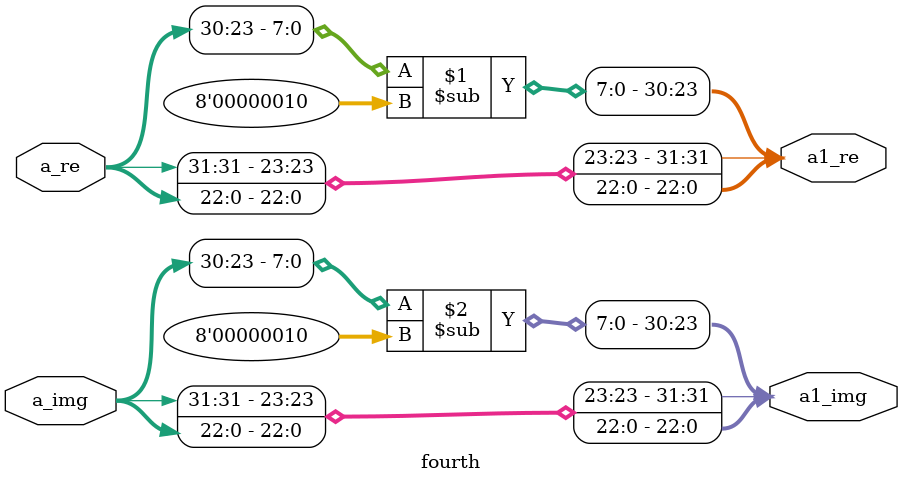
<source format=v>
`timescale 1ns / 1ps
module fourth(
    input [31:0] a_re,
    input [31:0] a_img,
    output [31:0] a1_re,
    output [31:0] a1_img
    );

assign a1_re[31]=a_re[31],a1_img[31]=a_img[31];
assign a1_re[30:23]=a_re[30:23]-8'b00000010,a1_img[30:23]=a_img[30:23]-8'b00000010;
assign a1_re[22:0]=a_re[22:0],a1_img[22:0]=a_img[22:0];
endmodule

</source>
